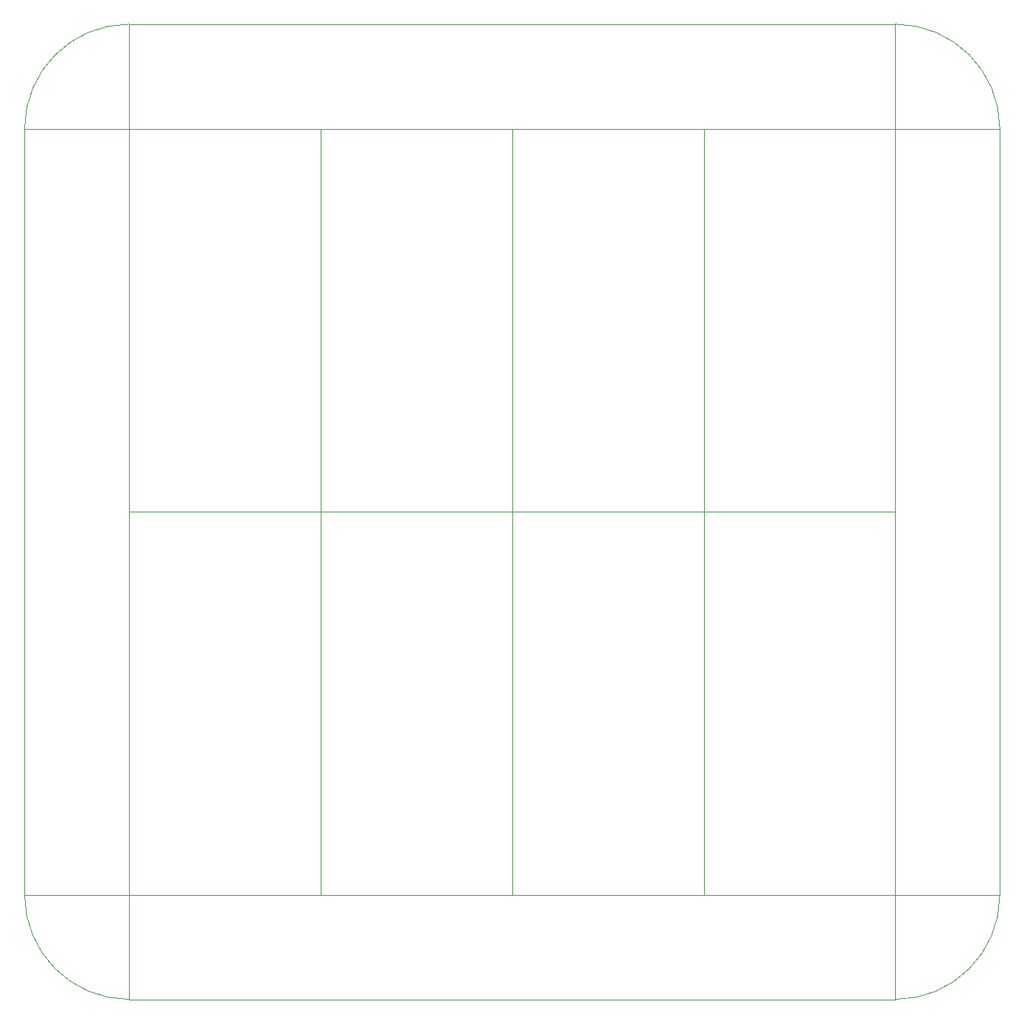
<source format=gm1>
%TF.GenerationSoftware,KiCad,Pcbnew,(5.1.7)-1*%
%TF.CreationDate,2020-10-21T06:22:45+09:00*%
%TF.ProjectId,UARTtoBluetooth_array,55415254-746f-4426-9c75-65746f6f7468,rev?*%
%TF.SameCoordinates,Original*%
%TF.FileFunction,Profile,NP*%
%FSLAX46Y46*%
G04 Gerber Fmt 4.6, Leading zero omitted, Abs format (unit mm)*
G04 Created by KiCad (PCBNEW (5.1.7)-1) date 2020-10-21 06:22:45*
%MOMM*%
%LPD*%
G01*
G04 APERTURE LIST*
%TA.AperFunction,Profile*%
%ADD10C,0.050000*%
%TD*%
G04 APERTURE END LIST*
D10*
X202200000Y-135800000D02*
G75*
G02*
X190200000Y-147800000I-12000000J0D01*
G01*
X102200000Y-147800000D02*
G75*
G02*
X90200000Y-135800000I0J12000000D01*
G01*
X90200000Y-47800000D02*
G75*
G02*
X102200000Y-35800000I12000000J0D01*
G01*
X190200000Y-35800000D02*
G75*
G02*
X202200000Y-47800000I0J-12000000D01*
G01*
X102200000Y-35800000D02*
X190200000Y-35800000D01*
X90200000Y-135800000D02*
X90200000Y-47800000D01*
X190200000Y-147800000D02*
X102200000Y-147800000D01*
X202200000Y-135800000D02*
X202200000Y-47800000D01*
X102200000Y-47800000D02*
X90200000Y-47800000D01*
X102200000Y-135800000D02*
X90200000Y-135800000D01*
X102200000Y-135800000D02*
X102200000Y-147800000D01*
X190200000Y-135800000D02*
X202200000Y-135800000D01*
X190200000Y-135800000D02*
X190200000Y-147800000D01*
X190200000Y-47800000D02*
X202200000Y-47800000D01*
X190200000Y-47800000D02*
X190200000Y-35800000D01*
X102200000Y-47800000D02*
X102200000Y-35800000D01*
X168200000Y-47800000D02*
X168200000Y-135800000D01*
X146200000Y-135800000D02*
X146200000Y-47800000D01*
X124200000Y-47800000D02*
X124200000Y-135800000D01*
X190200000Y-91800000D02*
X102200000Y-91800000D01*
X102200000Y-47800000D02*
X190200000Y-47800000D01*
X102200000Y-135800000D02*
X102200000Y-47800000D01*
X190200000Y-135800000D02*
X190200000Y-47800000D01*
X102200000Y-135800000D02*
X190200000Y-135800000D01*
M02*

</source>
